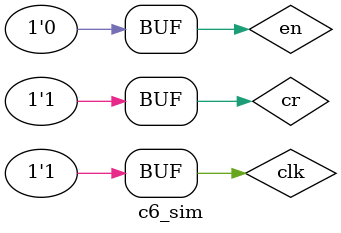
<source format=v>
`timescale 1ns / 1ps


module c6_sim;

	// Inputs
	reg clk;
	reg cr;
	reg en;

	// Outputs
	wire rco;
	wire [3:0] bcd6;

	// Instantiate the Unit Under Test (UUT)
	c6 uut (
		.clk(clk), 
		.cr(cr), 
		.rco(rco), 
		.en(en), 
		.bcd6(bcd6)
	);
	parameter PERIOD =10;
	always begin
	clk=1'b0;
	#(PERIOD/2)clk=1'b1;
	#(PERIOD/2);
	end
	initial begin
		// Initialize Inputs
		clk = 0;
		cr = 0;
		en = 0;

		// Wait 100 ns for global reset to finish
		#100;
		cr=0;
		en=1;
		#100;
		cr=1;//Õý³£¼ÆÊý
      #100000;
		en=0;
        
		// Add stimulus here

	end
      
endmodule

</source>
